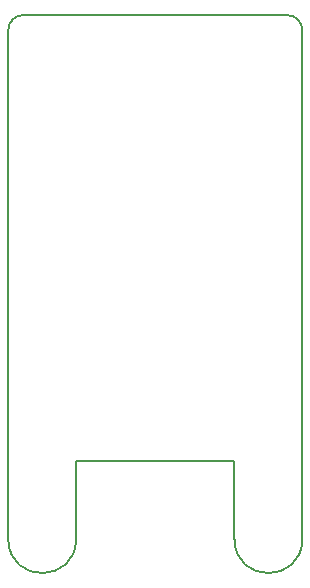
<source format=gbr>
G04 #@! TF.FileFunction,Profile,NP*
%FSLAX46Y46*%
G04 Gerber Fmt 4.6, Leading zero omitted, Abs format (unit mm)*
G04 Created by KiCad (PCBNEW 4.0.7) date 03/27/18 18:56:06*
%MOMM*%
%LPD*%
G01*
G04 APERTURE LIST*
%ADD10C,0.100000*%
%ADD11C,0.150000*%
G04 APERTURE END LIST*
D10*
D11*
X117729000Y-23749000D02*
X117729000Y-66929000D01*
X141351000Y-22479000D02*
X118999000Y-22479000D01*
X142621000Y-23749000D02*
X142621000Y-66929000D01*
X142621000Y-23749000D02*
G75*
G03X141351000Y-22479000I-1270000J0D01*
G01*
X118999000Y-22479000D02*
G75*
G03X117729000Y-23749000I0J-1270000D01*
G01*
X136880600Y-60198000D02*
X123469400Y-60198000D01*
X136880600Y-66852800D02*
X136880600Y-60198000D01*
X123469400Y-66852800D02*
X123469400Y-60198000D01*
X136880600Y-66852800D02*
G75*
G03X142621000Y-66852800I2870200J0D01*
G01*
X117730011Y-66928973D02*
G75*
G03X123469400Y-66852800I2869189J76173D01*
G01*
M02*

</source>
